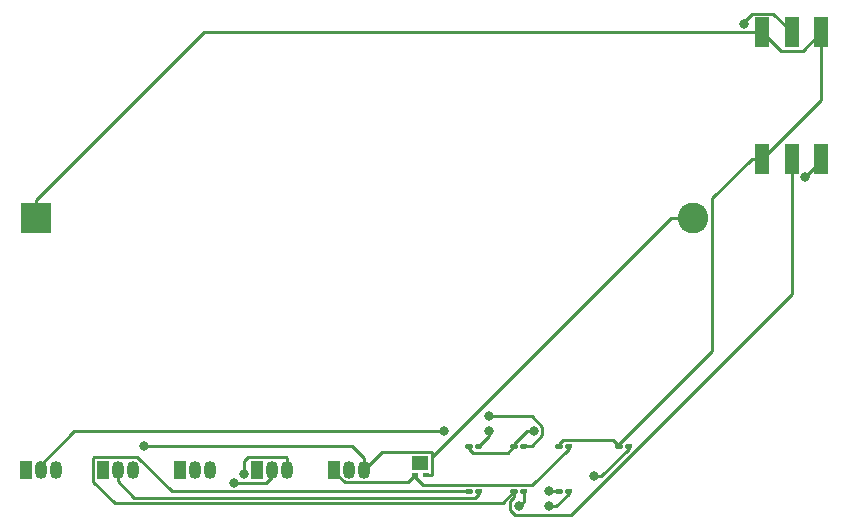
<source format=gtl>
G04 #@! TF.GenerationSoftware,KiCad,Pcbnew,5.1.9+dfsg1-1+deb11u1*
G04 #@! TF.CreationDate,2023-11-08T13:21:38-05:00*
G04 #@! TF.ProjectId,Unit1-04,556e6974-312d-4303-942e-6b696361645f,rev?*
G04 #@! TF.SameCoordinates,Original*
G04 #@! TF.FileFunction,Copper,L1,Top*
G04 #@! TF.FilePolarity,Positive*
%FSLAX46Y46*%
G04 Gerber Fmt 4.6, Leading zero omitted, Abs format (unit mm)*
G04 Created by KiCad (PCBNEW 5.1.9+dfsg1-1+deb11u1) date 2023-11-08 13:21:38*
%MOMM*%
%LPD*%
G01*
G04 APERTURE LIST*
G04 #@! TA.AperFunction,ComponentPad*
%ADD10C,2.600000*%
G04 #@! TD*
G04 #@! TA.AperFunction,ComponentPad*
%ADD11R,2.600000X2.600000*%
G04 #@! TD*
G04 #@! TA.AperFunction,SMDPad,CuDef*
%ADD12R,0.550000X0.380000*%
G04 #@! TD*
G04 #@! TA.AperFunction,SMDPad,CuDef*
%ADD13R,1.400000X1.200000*%
G04 #@! TD*
G04 #@! TA.AperFunction,ComponentPad*
%ADD14O,1.050000X1.500000*%
G04 #@! TD*
G04 #@! TA.AperFunction,ComponentPad*
%ADD15R,1.050000X1.500000*%
G04 #@! TD*
G04 #@! TA.AperFunction,SMDPad,CuDef*
%ADD16R,1.250000X2.500000*%
G04 #@! TD*
G04 #@! TA.AperFunction,ViaPad*
%ADD17C,0.800000*%
G04 #@! TD*
G04 #@! TA.AperFunction,Conductor*
%ADD18C,0.250000*%
G04 #@! TD*
G04 APERTURE END LIST*
D10*
X165875001Y-91185001D03*
D11*
X110275001Y-91185001D03*
D12*
X143225001Y-112925001D03*
X142325001Y-112925001D03*
D13*
X142775001Y-111885001D03*
D14*
X110705001Y-112465001D03*
X111975001Y-112465001D03*
D15*
X109435001Y-112465001D03*
D14*
X117215001Y-112465001D03*
X118485001Y-112465001D03*
D15*
X115945001Y-112465001D03*
D14*
X123725001Y-112465001D03*
X124995001Y-112465001D03*
D15*
X122455001Y-112465001D03*
X128965001Y-112465001D03*
D14*
X131505001Y-112465001D03*
X130235001Y-112465001D03*
D15*
X135475001Y-112465001D03*
D14*
X138015001Y-112465001D03*
X136745001Y-112465001D03*
G04 #@! TA.AperFunction,SMDPad,CuDef*
G36*
G01*
X146595000Y-110590000D02*
X146595000Y-110390000D01*
G75*
G02*
X146695000Y-110290000I100000J0D01*
G01*
X147130000Y-110290000D01*
G75*
G02*
X147230000Y-110390000I0J-100000D01*
G01*
X147230000Y-110590000D01*
G75*
G02*
X147130000Y-110690000I-100000J0D01*
G01*
X146695000Y-110690000D01*
G75*
G02*
X146595000Y-110590000I0J100000D01*
G01*
G37*
G04 #@! TD.AperFunction*
G04 #@! TA.AperFunction,SMDPad,CuDef*
G36*
G01*
X147410000Y-110590000D02*
X147410000Y-110390000D01*
G75*
G02*
X147510000Y-110290000I100000J0D01*
G01*
X147945000Y-110290000D01*
G75*
G02*
X148045000Y-110390000I0J-100000D01*
G01*
X148045000Y-110590000D01*
G75*
G02*
X147945000Y-110690000I-100000J0D01*
G01*
X147510000Y-110690000D01*
G75*
G02*
X147410000Y-110590000I0J100000D01*
G01*
G37*
G04 #@! TD.AperFunction*
G04 #@! TA.AperFunction,SMDPad,CuDef*
G36*
G01*
X147410000Y-114400000D02*
X147410000Y-114200000D01*
G75*
G02*
X147510000Y-114100000I100000J0D01*
G01*
X147945000Y-114100000D01*
G75*
G02*
X148045000Y-114200000I0J-100000D01*
G01*
X148045000Y-114400000D01*
G75*
G02*
X147945000Y-114500000I-100000J0D01*
G01*
X147510000Y-114500000D01*
G75*
G02*
X147410000Y-114400000I0J100000D01*
G01*
G37*
G04 #@! TD.AperFunction*
G04 #@! TA.AperFunction,SMDPad,CuDef*
G36*
G01*
X146595000Y-114400000D02*
X146595000Y-114200000D01*
G75*
G02*
X146695000Y-114100000I100000J0D01*
G01*
X147130000Y-114100000D01*
G75*
G02*
X147230000Y-114200000I0J-100000D01*
G01*
X147230000Y-114400000D01*
G75*
G02*
X147130000Y-114500000I-100000J0D01*
G01*
X146695000Y-114500000D01*
G75*
G02*
X146595000Y-114400000I0J100000D01*
G01*
G37*
G04 #@! TD.AperFunction*
G04 #@! TA.AperFunction,SMDPad,CuDef*
G36*
G01*
X151220000Y-110590000D02*
X151220000Y-110390000D01*
G75*
G02*
X151320000Y-110290000I100000J0D01*
G01*
X151755000Y-110290000D01*
G75*
G02*
X151855000Y-110390000I0J-100000D01*
G01*
X151855000Y-110590000D01*
G75*
G02*
X151755000Y-110690000I-100000J0D01*
G01*
X151320000Y-110690000D01*
G75*
G02*
X151220000Y-110590000I0J100000D01*
G01*
G37*
G04 #@! TD.AperFunction*
G04 #@! TA.AperFunction,SMDPad,CuDef*
G36*
G01*
X150405000Y-110590000D02*
X150405000Y-110390000D01*
G75*
G02*
X150505000Y-110290000I100000J0D01*
G01*
X150940000Y-110290000D01*
G75*
G02*
X151040000Y-110390000I0J-100000D01*
G01*
X151040000Y-110590000D01*
G75*
G02*
X150940000Y-110690000I-100000J0D01*
G01*
X150505000Y-110690000D01*
G75*
G02*
X150405000Y-110590000I0J100000D01*
G01*
G37*
G04 #@! TD.AperFunction*
G04 #@! TA.AperFunction,SMDPad,CuDef*
G36*
G01*
X150405000Y-114400000D02*
X150405000Y-114200000D01*
G75*
G02*
X150505000Y-114100000I100000J0D01*
G01*
X150940000Y-114100000D01*
G75*
G02*
X151040000Y-114200000I0J-100000D01*
G01*
X151040000Y-114400000D01*
G75*
G02*
X150940000Y-114500000I-100000J0D01*
G01*
X150505000Y-114500000D01*
G75*
G02*
X150405000Y-114400000I0J100000D01*
G01*
G37*
G04 #@! TD.AperFunction*
G04 #@! TA.AperFunction,SMDPad,CuDef*
G36*
G01*
X151220000Y-114400000D02*
X151220000Y-114200000D01*
G75*
G02*
X151320000Y-114100000I100000J0D01*
G01*
X151755000Y-114100000D01*
G75*
G02*
X151855000Y-114200000I0J-100000D01*
G01*
X151855000Y-114400000D01*
G75*
G02*
X151755000Y-114500000I-100000J0D01*
G01*
X151320000Y-114500000D01*
G75*
G02*
X151220000Y-114400000I0J100000D01*
G01*
G37*
G04 #@! TD.AperFunction*
G04 #@! TA.AperFunction,SMDPad,CuDef*
G36*
G01*
X159295000Y-110590000D02*
X159295000Y-110390000D01*
G75*
G02*
X159395000Y-110290000I100000J0D01*
G01*
X159830000Y-110290000D01*
G75*
G02*
X159930000Y-110390000I0J-100000D01*
G01*
X159930000Y-110590000D01*
G75*
G02*
X159830000Y-110690000I-100000J0D01*
G01*
X159395000Y-110690000D01*
G75*
G02*
X159295000Y-110590000I0J100000D01*
G01*
G37*
G04 #@! TD.AperFunction*
G04 #@! TA.AperFunction,SMDPad,CuDef*
G36*
G01*
X160110000Y-110590000D02*
X160110000Y-110390000D01*
G75*
G02*
X160210000Y-110290000I100000J0D01*
G01*
X160645000Y-110290000D01*
G75*
G02*
X160745000Y-110390000I0J-100000D01*
G01*
X160745000Y-110590000D01*
G75*
G02*
X160645000Y-110690000I-100000J0D01*
G01*
X160210000Y-110690000D01*
G75*
G02*
X160110000Y-110590000I0J100000D01*
G01*
G37*
G04 #@! TD.AperFunction*
G04 #@! TA.AperFunction,SMDPad,CuDef*
G36*
G01*
X155030000Y-110590000D02*
X155030000Y-110390000D01*
G75*
G02*
X155130000Y-110290000I100000J0D01*
G01*
X155565000Y-110290000D01*
G75*
G02*
X155665000Y-110390000I0J-100000D01*
G01*
X155665000Y-110590000D01*
G75*
G02*
X155565000Y-110690000I-100000J0D01*
G01*
X155130000Y-110690000D01*
G75*
G02*
X155030000Y-110590000I0J100000D01*
G01*
G37*
G04 #@! TD.AperFunction*
G04 #@! TA.AperFunction,SMDPad,CuDef*
G36*
G01*
X154215000Y-110590000D02*
X154215000Y-110390000D01*
G75*
G02*
X154315000Y-110290000I100000J0D01*
G01*
X154750000Y-110290000D01*
G75*
G02*
X154850000Y-110390000I0J-100000D01*
G01*
X154850000Y-110590000D01*
G75*
G02*
X154750000Y-110690000I-100000J0D01*
G01*
X154315000Y-110690000D01*
G75*
G02*
X154215000Y-110590000I0J100000D01*
G01*
G37*
G04 #@! TD.AperFunction*
G04 #@! TA.AperFunction,SMDPad,CuDef*
G36*
G01*
X154215000Y-114400000D02*
X154215000Y-114200000D01*
G75*
G02*
X154315000Y-114100000I100000J0D01*
G01*
X154750000Y-114100000D01*
G75*
G02*
X154850000Y-114200000I0J-100000D01*
G01*
X154850000Y-114400000D01*
G75*
G02*
X154750000Y-114500000I-100000J0D01*
G01*
X154315000Y-114500000D01*
G75*
G02*
X154215000Y-114400000I0J100000D01*
G01*
G37*
G04 #@! TD.AperFunction*
G04 #@! TA.AperFunction,SMDPad,CuDef*
G36*
G01*
X155030000Y-114400000D02*
X155030000Y-114200000D01*
G75*
G02*
X155130000Y-114100000I100000J0D01*
G01*
X155565000Y-114100000D01*
G75*
G02*
X155665000Y-114200000I0J-100000D01*
G01*
X155665000Y-114400000D01*
G75*
G02*
X155565000Y-114500000I-100000J0D01*
G01*
X155130000Y-114500000D01*
G75*
G02*
X155030000Y-114400000I0J100000D01*
G01*
G37*
G04 #@! TD.AperFunction*
D16*
X176725001Y-75435001D03*
X174225001Y-75435001D03*
X171725001Y-75435001D03*
X176725001Y-86150000D03*
X174225001Y-86150000D03*
X171725001Y-86150000D03*
D17*
X175373288Y-87693552D03*
X165875001Y-91185001D03*
X119380000Y-110490000D03*
X118485001Y-112465001D03*
X110560003Y-112114991D03*
X144780000Y-109220000D03*
X148590000Y-109220000D03*
X157480000Y-113030000D03*
X128965001Y-112465001D03*
X122455001Y-112465001D03*
X109435001Y-112465001D03*
X148590000Y-107950000D03*
X123725001Y-112465001D03*
X153670000Y-114300000D03*
X127839999Y-112850000D03*
X151130000Y-115570000D03*
X127000000Y-113575000D03*
X153670000Y-115570000D03*
X136745001Y-112465001D03*
X170180000Y-74710001D03*
X152400000Y-109220000D03*
D18*
X176725001Y-86341839D02*
X175373288Y-87693552D01*
X176725001Y-86150000D02*
X176725001Y-86341839D01*
X143800002Y-111421523D02*
X143800002Y-112875000D01*
X164036524Y-91185001D02*
X143800002Y-111421523D01*
X165875001Y-91185001D02*
X164036524Y-91185001D01*
X139520002Y-110960000D02*
X138015001Y-112465001D01*
X143735002Y-110960000D02*
X139520002Y-110960000D01*
X143800002Y-111025000D02*
X143735002Y-110960000D01*
X143800002Y-112875000D02*
X143800002Y-111025000D01*
X143750001Y-112925001D02*
X143800002Y-112875000D01*
X143225001Y-112925001D02*
X143750001Y-112925001D01*
X137040000Y-110490000D02*
X119380000Y-110490000D01*
X138015001Y-111465001D02*
X137040000Y-110490000D01*
X138015001Y-112465001D02*
X138015001Y-111465001D01*
X124475001Y-75435001D02*
X171725001Y-75435001D01*
X110275001Y-89635001D02*
X124475001Y-75435001D01*
X110275001Y-91185001D02*
X110275001Y-89635001D01*
X176725001Y-81150000D02*
X171725001Y-86150000D01*
X176725001Y-75435001D02*
X176725001Y-81150000D01*
X175150000Y-77010002D02*
X176725001Y-75435001D01*
X173300002Y-77010002D02*
X175150000Y-77010002D01*
X171725001Y-75435001D02*
X173300002Y-77010002D01*
X167500002Y-102402498D02*
X159612500Y-110290000D01*
X159612500Y-110290000D02*
X159612500Y-110490000D01*
X167500002Y-89499999D02*
X167500002Y-102402498D01*
X170850001Y-86150000D02*
X167500002Y-89499999D01*
X171725001Y-86150000D02*
X170850001Y-86150000D01*
X159087490Y-109964990D02*
X159612500Y-110490000D01*
X154857510Y-109964990D02*
X159087490Y-109964990D01*
X154532500Y-110290000D02*
X154857510Y-109964990D01*
X154532500Y-110490000D02*
X154532500Y-110290000D01*
X152262510Y-113774990D02*
X142984990Y-113774990D01*
X155347500Y-110690000D02*
X152262510Y-113774990D01*
X155347500Y-110490000D02*
X155347500Y-110690000D01*
X142325001Y-113115001D02*
X142325001Y-112925001D01*
X142984990Y-113774990D02*
X142325001Y-113115001D01*
X135475001Y-112622096D02*
X135475001Y-112465001D01*
X136392916Y-113540011D02*
X135475001Y-112622096D01*
X141709991Y-113540011D02*
X136392916Y-113540011D01*
X142325001Y-112925001D02*
X141709991Y-113540011D01*
X113454994Y-109220000D02*
X144780000Y-109220000D01*
X110560003Y-112114991D02*
X113454994Y-109220000D01*
X148590000Y-109627500D02*
X147727500Y-110490000D01*
X148590000Y-109220000D02*
X148590000Y-109627500D01*
X158087500Y-113030000D02*
X157480000Y-113030000D01*
X160427500Y-110690000D02*
X158087500Y-113030000D01*
X160427500Y-110490000D02*
X160427500Y-110690000D01*
X117215001Y-113465001D02*
X117215001Y-112465001D01*
X118575010Y-114825010D02*
X117215001Y-113465001D01*
X147402490Y-114825010D02*
X118575010Y-114825010D01*
X147727500Y-114500000D02*
X147402490Y-114825010D01*
X147727500Y-114300000D02*
X147727500Y-114500000D01*
X152203002Y-107950000D02*
X148590000Y-107950000D01*
X153125001Y-108871999D02*
X152203002Y-107950000D01*
X153125001Y-109568001D02*
X153125001Y-108871999D01*
X152203002Y-110490000D02*
X153125001Y-109568001D01*
X151537500Y-110490000D02*
X152203002Y-110490000D01*
X154532500Y-114300000D02*
X153670000Y-114300000D01*
X131505001Y-111465001D02*
X131505001Y-112465001D01*
X131430000Y-111390000D02*
X131505001Y-111465001D01*
X128180000Y-111390000D02*
X131430000Y-111390000D01*
X127839999Y-111730001D02*
X128180000Y-111390000D01*
X127839999Y-112850000D02*
X127839999Y-111730001D01*
X151537500Y-115162500D02*
X151130000Y-115570000D01*
X151537500Y-114300000D02*
X151537500Y-115162500D01*
X130235001Y-113055003D02*
X130235001Y-112465001D01*
X129715004Y-113575000D02*
X130235001Y-113055003D01*
X127000000Y-113575000D02*
X129715004Y-113575000D01*
X154277500Y-115570000D02*
X153670000Y-115570000D01*
X155347500Y-114500000D02*
X154277500Y-115570000D01*
X155347500Y-114300000D02*
X155347500Y-114500000D01*
X170180000Y-74520000D02*
X170180000Y-74710001D01*
X170840000Y-73860000D02*
X170180000Y-74520000D01*
X172650000Y-73860000D02*
X170840000Y-73860000D01*
X174225001Y-75435001D02*
X172650000Y-73860000D01*
X151792500Y-109220000D02*
X152400000Y-109220000D01*
X150722500Y-110290000D02*
X151792500Y-109220000D01*
X150722500Y-110490000D02*
X150722500Y-110290000D01*
X150197490Y-111015010D02*
X150722500Y-110490000D01*
X147237510Y-111015010D02*
X150197490Y-111015010D01*
X146912500Y-110690000D02*
X147237510Y-111015010D01*
X146912500Y-110490000D02*
X146912500Y-110690000D01*
X150722500Y-114500000D02*
X150722500Y-114300000D01*
X149747480Y-115275020D02*
X150722500Y-114300000D01*
X116895018Y-115275020D02*
X149747480Y-115275020D01*
X115095000Y-113475002D02*
X116895018Y-115275020D01*
X115095000Y-111455000D02*
X115095000Y-113475002D01*
X115160000Y-111390000D02*
X115095000Y-111455000D01*
X118837095Y-111390000D02*
X115160000Y-111390000D01*
X121747095Y-114300000D02*
X118837095Y-111390000D01*
X146912500Y-114300000D02*
X121747095Y-114300000D01*
X174225001Y-97611057D02*
X174225001Y-86150000D01*
X155541057Y-116295001D02*
X174225001Y-97611057D01*
X150781999Y-116295001D02*
X155541057Y-116295001D01*
X150404999Y-115103001D02*
X150404999Y-115918001D01*
X150722500Y-114785500D02*
X150404999Y-115103001D01*
X150404999Y-115918001D02*
X150781999Y-116295001D01*
X150722500Y-114300000D02*
X150722500Y-114785500D01*
M02*

</source>
